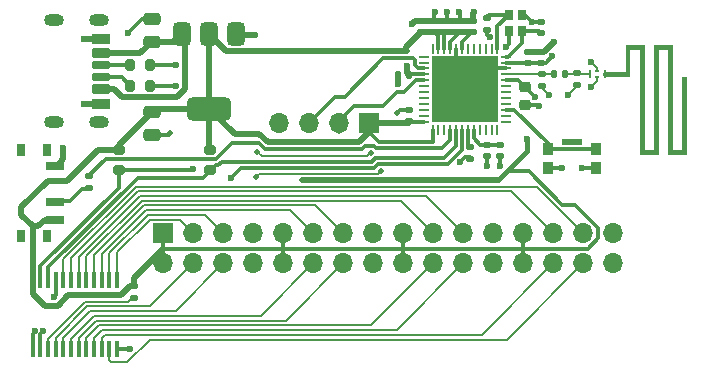
<source format=gbr>
%TF.GenerationSoftware,KiCad,Pcbnew,8.0.5*%
%TF.CreationDate,2024-09-24T02:20:12-04:00*%
%TF.ProjectId,ble_mcu_test_board,626c655f-6d63-4755-9f74-6573745f626f,rev?*%
%TF.SameCoordinates,Original*%
%TF.FileFunction,Copper,L1,Top*%
%TF.FilePolarity,Positive*%
%FSLAX46Y46*%
G04 Gerber Fmt 4.6, Leading zero omitted, Abs format (unit mm)*
G04 Created by KiCad (PCBNEW 8.0.5) date 2024-09-24 02:20:12*
%MOMM*%
%LPD*%
G01*
G04 APERTURE LIST*
G04 Aperture macros list*
%AMRoundRect*
0 Rectangle with rounded corners*
0 $1 Rounding radius*
0 $2 $3 $4 $5 $6 $7 $8 $9 X,Y pos of 4 corners*
0 Add a 4 corners polygon primitive as box body*
4,1,4,$2,$3,$4,$5,$6,$7,$8,$9,$2,$3,0*
0 Add four circle primitives for the rounded corners*
1,1,$1+$1,$2,$3*
1,1,$1+$1,$4,$5*
1,1,$1+$1,$6,$7*
1,1,$1+$1,$8,$9*
0 Add four rect primitives between the rounded corners*
20,1,$1+$1,$2,$3,$4,$5,0*
20,1,$1+$1,$4,$5,$6,$7,0*
20,1,$1+$1,$6,$7,$8,$9,0*
20,1,$1+$1,$8,$9,$2,$3,0*%
G04 Aperture macros list end*
%TA.AperFunction,SMDPad,CuDef*%
%ADD10R,0.800000X1.000000*%
%TD*%
%TA.AperFunction,SMDPad,CuDef*%
%ADD11R,1.500000X0.700000*%
%TD*%
%TA.AperFunction,SMDPad,CuDef*%
%ADD12RoundRect,0.135000X-0.185000X0.135000X-0.185000X-0.135000X0.185000X-0.135000X0.185000X0.135000X0*%
%TD*%
%TA.AperFunction,SMDPad,CuDef*%
%ADD13RoundRect,0.140000X-0.170000X0.140000X-0.170000X-0.140000X0.170000X-0.140000X0.170000X0.140000X0*%
%TD*%
%TA.AperFunction,SMDPad,CuDef*%
%ADD14RoundRect,0.200000X0.200000X0.275000X-0.200000X0.275000X-0.200000X-0.275000X0.200000X-0.275000X0*%
%TD*%
%TA.AperFunction,ComponentPad*%
%ADD15R,1.700000X1.700000*%
%TD*%
%TA.AperFunction,ComponentPad*%
%ADD16O,1.700000X1.700000*%
%TD*%
%TA.AperFunction,SMDPad,CuDef*%
%ADD17RoundRect,0.200000X-0.275000X0.200000X-0.275000X-0.200000X0.275000X-0.200000X0.275000X0.200000X0*%
%TD*%
%TA.AperFunction,SMDPad,CuDef*%
%ADD18RoundRect,0.250000X0.475000X-0.250000X0.475000X0.250000X-0.475000X0.250000X-0.475000X-0.250000X0*%
%TD*%
%TA.AperFunction,SMDPad,CuDef*%
%ADD19RoundRect,0.140000X0.170000X-0.140000X0.170000X0.140000X-0.170000X0.140000X-0.170000X-0.140000X0*%
%TD*%
%TA.AperFunction,SMDPad,CuDef*%
%ADD20RoundRect,0.140000X0.140000X0.170000X-0.140000X0.170000X-0.140000X-0.170000X0.140000X-0.170000X0*%
%TD*%
%TA.AperFunction,SMDPad,CuDef*%
%ADD21R,0.900000X1.000000*%
%TD*%
%TA.AperFunction,SMDPad,CuDef*%
%ADD22R,1.700000X0.550000*%
%TD*%
%TA.AperFunction,ConnectorPad*%
%ADD23R,0.400000X0.400000*%
%TD*%
%TA.AperFunction,SMDPad,CuDef*%
%ADD24RoundRect,0.200000X-0.200000X-0.275000X0.200000X-0.275000X0.200000X0.275000X-0.200000X0.275000X0*%
%TD*%
%TA.AperFunction,SMDPad,CuDef*%
%ADD25RoundRect,0.250000X-0.475000X0.250000X-0.475000X-0.250000X0.475000X-0.250000X0.475000X0.250000X0*%
%TD*%
%TA.AperFunction,SMDPad,CuDef*%
%ADD26RoundRect,0.225000X-0.250000X0.225000X-0.250000X-0.225000X0.250000X-0.225000X0.250000X0.225000X0*%
%TD*%
%TA.AperFunction,SMDPad,CuDef*%
%ADD27R,0.355600X1.473200*%
%TD*%
%TA.AperFunction,SMDPad,CuDef*%
%ADD28R,0.800000X0.900000*%
%TD*%
%TA.AperFunction,SMDPad,CuDef*%
%ADD29R,0.279400X0.711200*%
%TD*%
%TA.AperFunction,SMDPad,CuDef*%
%ADD30R,0.457200X0.254000*%
%TD*%
%TA.AperFunction,SMDPad,CuDef*%
%ADD31RoundRect,0.375000X-0.375000X0.625000X-0.375000X-0.625000X0.375000X-0.625000X0.375000X0.625000X0*%
%TD*%
%TA.AperFunction,SMDPad,CuDef*%
%ADD32RoundRect,0.500000X-1.400000X0.500000X-1.400000X-0.500000X1.400000X-0.500000X1.400000X0.500000X0*%
%TD*%
%TA.AperFunction,SMDPad,CuDef*%
%ADD33RoundRect,0.147500X-0.147500X-0.172500X0.147500X-0.172500X0.147500X0.172500X-0.147500X0.172500X0*%
%TD*%
%TA.AperFunction,SMDPad,CuDef*%
%ADD34RoundRect,0.175000X-0.625000X0.175000X-0.625000X-0.175000X0.625000X-0.175000X0.625000X0.175000X0*%
%TD*%
%TA.AperFunction,SMDPad,CuDef*%
%ADD35RoundRect,0.200000X-0.600000X0.200000X-0.600000X-0.200000X0.600000X-0.200000X0.600000X0.200000X0*%
%TD*%
%TA.AperFunction,SMDPad,CuDef*%
%ADD36RoundRect,0.225000X-0.575000X0.225000X-0.575000X-0.225000X0.575000X-0.225000X0.575000X0.225000X0*%
%TD*%
%TA.AperFunction,ComponentPad*%
%ADD37O,1.700000X1.000000*%
%TD*%
%TA.AperFunction,SMDPad,CuDef*%
%ADD38RoundRect,0.062500X0.062500X-0.375000X0.062500X0.375000X-0.062500X0.375000X-0.062500X-0.375000X0*%
%TD*%
%TA.AperFunction,SMDPad,CuDef*%
%ADD39RoundRect,0.062500X0.375000X-0.062500X0.375000X0.062500X-0.375000X0.062500X-0.375000X-0.062500X0*%
%TD*%
%TA.AperFunction,HeatsinkPad*%
%ADD40R,5.600000X5.600000*%
%TD*%
%TA.AperFunction,ViaPad*%
%ADD41C,0.600000*%
%TD*%
%TA.AperFunction,ViaPad*%
%ADD42C,0.500000*%
%TD*%
%TA.AperFunction,Conductor*%
%ADD43C,0.500000*%
%TD*%
%TA.AperFunction,Conductor*%
%ADD44C,0.300000*%
%TD*%
%TA.AperFunction,Conductor*%
%ADD45C,0.200000*%
%TD*%
%TA.AperFunction,Conductor*%
%ADD46C,0.400000*%
%TD*%
G04 APERTURE END LIST*
%TA.AperFunction,EtchedComponent*%
%TO.C,AE1*%
G36*
X163000000Y-85550000D02*
G01*
X164500000Y-85550000D01*
X164500000Y-85950000D01*
X163000000Y-85950000D01*
X163000000Y-85550000D01*
G37*
%TD.AperFunction*%
%TA.AperFunction,EtchedComponent*%
G36*
X164100000Y-83250000D02*
G01*
X164500000Y-83250000D01*
X164500000Y-85950000D01*
X164100000Y-85950000D01*
X164100000Y-83250000D01*
G37*
%TD.AperFunction*%
%TA.AperFunction,EtchedComponent*%
G36*
X164100000Y-83250000D02*
G01*
X165700000Y-83250000D01*
X165700000Y-83650000D01*
X164100000Y-83650000D01*
X164100000Y-83250000D01*
G37*
%TD.AperFunction*%
%TA.AperFunction,EtchedComponent*%
G36*
X165300000Y-83250000D02*
G01*
X165700000Y-83250000D01*
X165700000Y-92550000D01*
X165300000Y-92550000D01*
X165300000Y-83250000D01*
G37*
%TD.AperFunction*%
%TA.AperFunction,EtchedComponent*%
G36*
X165700000Y-92150000D02*
G01*
X166500000Y-92150000D01*
X166500000Y-92550000D01*
X165700000Y-92550000D01*
X165700000Y-92150000D01*
G37*
%TD.AperFunction*%
%TA.AperFunction,EtchedComponent*%
G36*
X166500000Y-83250000D02*
G01*
X166900000Y-83250000D01*
X166900000Y-92550000D01*
X166500000Y-92550000D01*
X166500000Y-83250000D01*
G37*
%TD.AperFunction*%
%TA.AperFunction,EtchedComponent*%
G36*
X166900000Y-83250000D02*
G01*
X167700000Y-83250000D01*
X167700000Y-83650000D01*
X166900000Y-83650000D01*
X166900000Y-83250000D01*
G37*
%TD.AperFunction*%
%TA.AperFunction,EtchedComponent*%
G36*
X167700000Y-83250000D02*
G01*
X168100000Y-83250000D01*
X168100000Y-92550000D01*
X167700000Y-92550000D01*
X167700000Y-83250000D01*
G37*
%TD.AperFunction*%
%TA.AperFunction,EtchedComponent*%
G36*
X168100000Y-92150000D02*
G01*
X168900000Y-92150000D01*
X168900000Y-92550000D01*
X168100000Y-92550000D01*
X168100000Y-92150000D01*
G37*
%TD.AperFunction*%
%TA.AperFunction,EtchedComponent*%
G36*
X168900000Y-85950000D02*
G01*
X169300000Y-85950000D01*
X169300000Y-92550000D01*
X168900000Y-92550000D01*
X168900000Y-85950000D01*
G37*
%TD.AperFunction*%
%TD*%
D10*
%TO.P,SW1,SH4*%
%TO.N,N/C*%
X112950000Y-99450000D03*
%TO.P,SW1,SH3*%
X112950000Y-92150000D03*
%TO.P,SW1,SH2*%
X115150000Y-99450000D03*
%TO.P,SW1,SH1*%
X115150000Y-92150000D03*
D11*
%TO.P,SW1,3,C*%
%TO.N,+3.3V*%
X115800000Y-98050000D03*
%TO.P,SW1,2,B*%
%TO.N,Net-(SW1-B)*%
X115800000Y-96550000D03*
%TO.P,SW1,1,A*%
%TO.N,GND*%
X115800000Y-93550000D03*
%TD*%
D12*
%TO.P,R4,1*%
%TO.N,BOOT0*%
X118700000Y-94390000D03*
%TO.P,R4,2*%
%TO.N,Net-(SW1-B)*%
X118700000Y-95410000D03*
%TD*%
D13*
%TO.P,C12,1*%
%TO.N,+3.3VA*%
X152400000Y-91720000D03*
%TO.P,C12,2*%
%TO.N,GND*%
X152400000Y-92680000D03*
%TD*%
D14*
%TO.P,R6,1*%
%TO.N,GND*%
X123825000Y-86750000D03*
%TO.P,R6,2*%
%TO.N,Net-(J3-CC2)*%
X122175000Y-86750000D03*
%TD*%
D15*
%TO.P,J2,1,Pin_1*%
%TO.N,+3.3V*%
X142350000Y-89900000D03*
D16*
%TO.P,J2,2,Pin_2*%
%TO.N,Net-(J2-Pin_2)*%
X139810000Y-89900000D03*
%TO.P,J2,3,Pin_3*%
%TO.N,Net-(J2-Pin_3)*%
X137270000Y-89900000D03*
%TO.P,J2,4,Pin_4*%
%TO.N,GND*%
X134730000Y-89900000D03*
%TD*%
D17*
%TO.P,R2,1*%
%TO.N,+3.3V*%
X121200000Y-92175000D03*
%TO.P,R2,2*%
%TO.N,Net-(U1-PB9)*%
X121200000Y-93825000D03*
%TD*%
D13*
%TO.P,C16,1*%
%TO.N,Net-(U2-IN)*%
X160000000Y-85670000D03*
%TO.P,C16,2*%
%TO.N,GND*%
X160000000Y-86630000D03*
%TD*%
D18*
%TO.P,C19,1*%
%TO.N,VBUS*%
X124000000Y-83000000D03*
%TO.P,C19,2*%
%TO.N,GND*%
X124000000Y-81100000D03*
%TD*%
D19*
%TO.P,C5,1*%
%TO.N,+3.3V*%
X145750000Y-89710000D03*
%TO.P,C5,2*%
%TO.N,GND*%
X145750000Y-88750000D03*
%TD*%
D20*
%TO.P,C6,1*%
%TO.N,+3.3V*%
X145780000Y-85800000D03*
%TO.P,C6,2*%
%TO.N,GND*%
X144820000Y-85800000D03*
%TD*%
D21*
%TO.P,SW2,1,1*%
%TO.N,Net-(U1-PA6)*%
X157500000Y-92100000D03*
X161600000Y-92100000D03*
%TO.P,SW2,2,2*%
%TO.N,GND*%
X157500000Y-93700000D03*
X161600000Y-93700000D03*
D22*
%TO.P,SW2,SH*%
%TO.N,N/C*%
X159550000Y-91475000D03*
%TD*%
D19*
%TO.P,C15,1*%
%TO.N,+3.3V*%
X156900000Y-84780000D03*
%TO.P,C15,2*%
%TO.N,GND*%
X156900000Y-83820000D03*
%TD*%
D23*
%TO.P,AE1,1,A*%
%TO.N,Net-(AE1-A)*%
X163200000Y-85750000D03*
%TD*%
D24*
%TO.P,R5,1*%
%TO.N,Net-(J3-CC1)*%
X122175000Y-85000000D03*
%TO.P,R5,2*%
%TO.N,GND*%
X123825000Y-85000000D03*
%TD*%
D19*
%TO.P,C14,1*%
%TO.N,+3.3V*%
X155800000Y-84780000D03*
%TO.P,C14,2*%
%TO.N,GND*%
X155800000Y-83820000D03*
%TD*%
D25*
%TO.P,C18,1*%
%TO.N,+3.3V*%
X124000000Y-88950000D03*
%TO.P,C18,2*%
%TO.N,GND*%
X124000000Y-90850000D03*
%TD*%
D17*
%TO.P,R1,1*%
%TO.N,+3.3V*%
X128900000Y-92175000D03*
%TO.P,R1,2*%
%TO.N,Net-(U1-PB8)*%
X128900000Y-93825000D03*
%TD*%
D26*
%TO.P,C11,1*%
%TO.N,+3.3V*%
X155600000Y-86825000D03*
%TO.P,C11,2*%
%TO.N,GND*%
X155600000Y-88375000D03*
%TD*%
D27*
%TO.P,U4,1,A0*%
%TO.N,GND*%
X113900002Y-109000000D03*
%TO.P,U4,2,A1*%
X114550001Y-109000000D03*
%TO.P,U4,3,\u002ARESET*%
%TO.N,Net-(U4-\u002ARESET)*%
X115199999Y-109000000D03*
%TO.P,U4,4,SD0*%
%TO.N,Net-(J1-Pin_4)*%
X115850000Y-109000000D03*
%TO.P,U4,5,SC0*%
%TO.N,Net-(J1-Pin_6)*%
X116499999Y-109000000D03*
%TO.P,U4,6,SD1*%
%TO.N,Net-(J1-Pin_12)*%
X117150000Y-109000000D03*
%TO.P,U4,7,SC1*%
%TO.N,Net-(J1-Pin_14)*%
X117799999Y-109000000D03*
%TO.P,U4,8,SD2*%
%TO.N,Net-(J1-Pin_20)*%
X118450000Y-109000000D03*
%TO.P,U4,9,SC2*%
%TO.N,Net-(J1-Pin_22)*%
X119099999Y-109000000D03*
%TO.P,U4,10,SD3*%
%TO.N,Net-(J1-Pin_28)*%
X119750000Y-109000000D03*
%TO.P,U4,11,SC3*%
%TO.N,Net-(J1-Pin_30)*%
X120399999Y-109000000D03*
%TO.P,U4,12,GND*%
%TO.N,GND*%
X121050000Y-109000000D03*
%TO.P,U4,13,SD4*%
%TO.N,Net-(J1-Pin_3)*%
X121050000Y-103158000D03*
%TO.P,U4,14,SC4*%
%TO.N,Net-(J1-Pin_5)*%
X120400001Y-103158000D03*
%TO.P,U4,15,SD5*%
%TO.N,Net-(J1-Pin_11)*%
X119750000Y-103158000D03*
%TO.P,U4,16,SC5*%
%TO.N,Net-(J1-Pin_13)*%
X119100002Y-103158000D03*
%TO.P,U4,17,SD6*%
%TO.N,Net-(J1-Pin_19)*%
X118450000Y-103158000D03*
%TO.P,U4,18,SC6*%
%TO.N,Net-(J1-Pin_21)*%
X117800002Y-103158000D03*
%TO.P,U4,19,SD7*%
%TO.N,Net-(J1-Pin_27)*%
X117150003Y-103158000D03*
%TO.P,U4,20,SC7*%
%TO.N,Net-(J1-Pin_29)*%
X116500002Y-103158000D03*
%TO.P,U4,21,A2*%
%TO.N,GND*%
X115850003Y-103158000D03*
%TO.P,U4,22,SCL*%
%TO.N,Net-(U1-PB8)*%
X115200002Y-103158000D03*
%TO.P,U4,23,SDA*%
%TO.N,Net-(U1-PB9)*%
X114550003Y-103158000D03*
%TO.P,U4,24,VCC*%
%TO.N,+3.3V*%
X113900002Y-103158000D03*
%TD*%
D12*
%TO.P,R3,1*%
%TO.N,+3.3V*%
X122500000Y-103690000D03*
%TO.P,R3,2*%
%TO.N,Net-(U4-\u002ARESET)*%
X122500000Y-104710000D03*
%TD*%
D19*
%TO.P,C2,1*%
%TO.N,Net-(U1-OSC_OUT)*%
X156900000Y-82260000D03*
%TO.P,C2,2*%
%TO.N,GND*%
X156900000Y-81300000D03*
%TD*%
%TO.P,C9,1*%
%TO.N,+3.3V*%
X149000000Y-82180000D03*
%TO.P,C9,2*%
%TO.N,GND*%
X149000000Y-81220000D03*
%TD*%
%TO.P,C4,1*%
%TO.N,+3.3V*%
X146800000Y-82180000D03*
%TO.P,C4,2*%
%TO.N,GND*%
X146800000Y-81220000D03*
%TD*%
D28*
%TO.P,Y1,1,1*%
%TO.N,Net-(U1-OSC_IN)*%
X154200000Y-80700000D03*
%TO.P,Y1,2,2*%
%TO.N,GND*%
X154200000Y-82100000D03*
%TO.P,Y1,3,3*%
%TO.N,Net-(U1-OSC_OUT)*%
X155300000Y-82100000D03*
%TO.P,Y1,4,4*%
%TO.N,GND*%
X155300000Y-80700000D03*
%TD*%
D13*
%TO.P,C17,1*%
%TO.N,RF_OUT*%
X157000000Y-85740000D03*
%TO.P,C17,2*%
%TO.N,GND*%
X157000000Y-86700000D03*
%TD*%
D29*
%TO.P,U2,1,IN*%
%TO.N,Net-(U2-IN)*%
X161100000Y-85720000D03*
D30*
%TO.P,U2,2,GND*%
%TO.N,GND*%
X161709600Y-85491400D03*
D29*
%TO.P,U2,3,OUT*%
%TO.N,Net-(AE1-A)*%
X162319200Y-85720000D03*
D30*
%TO.P,U2,4,GND*%
%TO.N,GND*%
X161709600Y-85948600D03*
%TD*%
D19*
%TO.P,C8,1*%
%TO.N,+3.3V*%
X147900000Y-82180000D03*
%TO.P,C8,2*%
%TO.N,GND*%
X147900000Y-81220000D03*
%TD*%
%TO.P,C7,1*%
%TO.N,+3.3V*%
X151200000Y-82180000D03*
%TO.P,C7,2*%
%TO.N,GND*%
X151200000Y-81220000D03*
%TD*%
D15*
%TO.P,J1,1,Pin_1*%
%TO.N,+3.3V*%
X124960000Y-99210000D03*
D16*
%TO.P,J1,2,Pin_2*%
X124960000Y-101750000D03*
%TO.P,J1,3,Pin_3*%
%TO.N,Net-(J1-Pin_3)*%
X127500000Y-99210000D03*
%TO.P,J1,4,Pin_4*%
%TO.N,Net-(J1-Pin_4)*%
X127500000Y-101750000D03*
%TO.P,J1,5,Pin_5*%
%TO.N,Net-(J1-Pin_5)*%
X130040000Y-99210000D03*
%TO.P,J1,6,Pin_6*%
%TO.N,Net-(J1-Pin_6)*%
X130040000Y-101750000D03*
%TO.P,J1,7,Pin_7*%
%TO.N,GND*%
X132580000Y-99210000D03*
%TO.P,J1,8,Pin_8*%
X132580000Y-101750000D03*
%TO.P,J1,9,Pin_9*%
%TO.N,+3.3V*%
X135120000Y-99210000D03*
%TO.P,J1,10,Pin_10*%
X135120000Y-101750000D03*
%TO.P,J1,11,Pin_11*%
%TO.N,Net-(J1-Pin_11)*%
X137660000Y-99210000D03*
%TO.P,J1,12,Pin_12*%
%TO.N,Net-(J1-Pin_12)*%
X137660000Y-101750000D03*
%TO.P,J1,13,Pin_13*%
%TO.N,Net-(J1-Pin_13)*%
X140200000Y-99210000D03*
%TO.P,J1,14,Pin_14*%
%TO.N,Net-(J1-Pin_14)*%
X140200000Y-101750000D03*
%TO.P,J1,15,Pin_15*%
%TO.N,GND*%
X142740000Y-99210000D03*
%TO.P,J1,16,Pin_16*%
X142740000Y-101750000D03*
%TO.P,J1,17,Pin_17*%
%TO.N,+3.3V*%
X145280000Y-99210000D03*
%TO.P,J1,18,Pin_18*%
X145280000Y-101750000D03*
%TO.P,J1,19,Pin_19*%
%TO.N,Net-(J1-Pin_19)*%
X147820000Y-99210000D03*
%TO.P,J1,20,Pin_20*%
%TO.N,Net-(J1-Pin_20)*%
X147820000Y-101750000D03*
%TO.P,J1,21,Pin_21*%
%TO.N,Net-(J1-Pin_21)*%
X150360000Y-99210000D03*
%TO.P,J1,22,Pin_22*%
%TO.N,Net-(J1-Pin_22)*%
X150360000Y-101750000D03*
%TO.P,J1,23,Pin_23*%
%TO.N,GND*%
X152900000Y-99210000D03*
%TO.P,J1,24,Pin_24*%
X152900000Y-101750000D03*
%TO.P,J1,25,Pin_25*%
%TO.N,+3.3V*%
X155440000Y-99210000D03*
%TO.P,J1,26,Pin_26*%
X155440000Y-101750000D03*
%TO.P,J1,27,Pin_27*%
%TO.N,Net-(J1-Pin_27)*%
X157980000Y-99210000D03*
%TO.P,J1,28,Pin_28*%
%TO.N,Net-(J1-Pin_28)*%
X157980000Y-101750000D03*
%TO.P,J1,29,Pin_29*%
%TO.N,Net-(J1-Pin_29)*%
X160520000Y-99210000D03*
%TO.P,J1,30,Pin_30*%
%TO.N,Net-(J1-Pin_30)*%
X160520000Y-101750000D03*
%TO.P,J1,31,Pin_31*%
%TO.N,GND*%
X163060000Y-99210000D03*
%TO.P,J1,32,Pin_32*%
X163060000Y-101750000D03*
%TD*%
D31*
%TO.P,U3,1,GND*%
%TO.N,GND*%
X131150000Y-82350000D03*
%TO.P,U3,2,VO*%
%TO.N,+3.3V*%
X128850000Y-82350000D03*
D32*
X128850000Y-88650000D03*
D31*
%TO.P,U3,3,VI*%
%TO.N,VBUS*%
X126550000Y-82350000D03*
%TD*%
D13*
%TO.P,C3,1*%
%TO.N,Net-(U1-NRST(PB11))*%
X150950000Y-91920000D03*
%TO.P,C3,2*%
%TO.N,GND*%
X150950000Y-92880000D03*
%TD*%
D33*
%TO.P,L1,1,1*%
%TO.N,RF_OUT*%
X158015000Y-85720000D03*
%TO.P,L1,2,2*%
%TO.N,Net-(U2-IN)*%
X158985000Y-85720000D03*
%TD*%
D13*
%TO.P,C1,1*%
%TO.N,Net-(U1-OSC_IN)*%
X152400000Y-81020000D03*
%TO.P,C1,2*%
%TO.N,GND*%
X152400000Y-81980000D03*
%TD*%
D34*
%TO.P,J3,A5,CC1*%
%TO.N,Net-(J3-CC1)*%
X119680000Y-85000000D03*
D35*
%TO.P,J3,A9,VBUS*%
%TO.N,VBUS*%
X119680000Y-87020000D03*
D36*
%TO.P,J3,A12,GND*%
%TO.N,GND*%
X119680000Y-88250000D03*
D34*
%TO.P,J3,B5,CC2*%
%TO.N,Net-(J3-CC2)*%
X119680000Y-86000000D03*
D35*
%TO.P,J3,B9,VBUS*%
%TO.N,VBUS*%
X119680000Y-83980000D03*
D36*
%TO.P,J3,B12,GND*%
%TO.N,GND*%
X119680000Y-82750000D03*
D37*
%TO.P,J3,S1,SHIELD*%
%TO.N,unconnected-(J3-SHIELD-PadS1)_1*%
X119500000Y-81180000D03*
%TO.N,unconnected-(J3-SHIELD-PadS1)_3*%
X115700000Y-81180000D03*
%TO.N,unconnected-(J3-SHIELD-PadS1)*%
X119500000Y-89820000D03*
%TO.N,unconnected-(J3-SHIELD-PadS1)_2*%
X115700000Y-89820000D03*
%TD*%
D13*
%TO.P,C13,1*%
%TO.N,+3.3VA*%
X153500000Y-91720000D03*
%TO.P,C13,2*%
%TO.N,GND*%
X153500000Y-92680000D03*
%TD*%
D19*
%TO.P,C10,1*%
%TO.N,+3.3V*%
X150100000Y-82180000D03*
%TO.P,C10,2*%
%TO.N,GND*%
X150100000Y-81220000D03*
%TD*%
D38*
%TO.P,U1,1,VBAT*%
%TO.N,+3.3V*%
X147750000Y-90437500D03*
%TO.P,U1,2,PC14*%
%TO.N,unconnected-(U1-PC14-Pad2)*%
X148250000Y-90437500D03*
%TO.P,U1,3,PC15*%
%TO.N,unconnected-(U1-PC15-Pad3)*%
X148750000Y-90437500D03*
%TO.P,U1,4,PH3*%
%TO.N,BOOT0*%
X149250000Y-90437500D03*
%TO.P,U1,5,PB8*%
%TO.N,Net-(U1-PB8)*%
X149750000Y-90437500D03*
%TO.P,U1,6,PB9*%
%TO.N,Net-(U1-PB9)*%
X150250000Y-90437500D03*
%TO.P,U1,7,NRST(PB11)*%
%TO.N,Net-(U1-NRST(PB11))*%
X150750000Y-90437500D03*
%TO.P,U1,8,VDDA*%
%TO.N,+3.3VA*%
X151250000Y-90437500D03*
%TO.P,U1,9,PA0*%
%TO.N,unconnected-(U1-PA0-Pad9)*%
X151750000Y-90437500D03*
%TO.P,U1,10,PA1*%
%TO.N,unconnected-(U1-PA1-Pad10)*%
X152250000Y-90437500D03*
%TO.P,U1,11,PA2*%
%TO.N,unconnected-(U1-PA2-Pad11)*%
X152750000Y-90437500D03*
%TO.P,U1,12,PA3*%
%TO.N,unconnected-(U1-PA3-Pad12)*%
X153250000Y-90437500D03*
D39*
%TO.P,U1,13,PA4*%
%TO.N,unconnected-(U1-PA4-Pad13)*%
X153937500Y-89750000D03*
%TO.P,U1,14,PA5*%
%TO.N,unconnected-(U1-PA5-Pad14)*%
X153937500Y-89250000D03*
%TO.P,U1,15,PA6*%
%TO.N,Net-(U1-PA6)*%
X153937500Y-88750000D03*
%TO.P,U1,16,PA7*%
%TO.N,unconnected-(U1-PA7-Pad16)*%
X153937500Y-88250000D03*
%TO.P,U1,17,PA8*%
%TO.N,unconnected-(U1-PA8-Pad17)*%
X153937500Y-87750000D03*
%TO.P,U1,18,PA9*%
%TO.N,unconnected-(U1-PA9-Pad18)*%
X153937500Y-87250000D03*
%TO.P,U1,19,PB2*%
%TO.N,unconnected-(U1-PB2-Pad19)*%
X153937500Y-86750000D03*
%TO.P,U1,20,VDD*%
%TO.N,+3.3V*%
X153937500Y-86250000D03*
%TO.P,U1,21,RF1*%
%TO.N,RF_OUT*%
X153937500Y-85750000D03*
%TO.P,U1,22,VSSRF*%
%TO.N,GND*%
X153937500Y-85250000D03*
%TO.P,U1,23,VDDRF*%
%TO.N,+3.3V*%
X153937500Y-84750000D03*
%TO.P,U1,24,OSC_OUT*%
%TO.N,Net-(U1-OSC_OUT)*%
X153937500Y-84250000D03*
D38*
%TO.P,U1,25,OSC_IN*%
%TO.N,Net-(U1-OSC_IN)*%
X153250000Y-83562500D03*
%TO.P,U1,26,AT0*%
%TO.N,unconnected-(U1-AT0-Pad26)*%
X152750000Y-83562500D03*
%TO.P,U1,27,AT1*%
%TO.N,unconnected-(U1-AT1-Pad27)*%
X152250000Y-83562500D03*
%TO.P,U1,28,PB0*%
%TO.N,unconnected-(U1-PB0-Pad28)*%
X151750000Y-83562500D03*
%TO.P,U1,29,PB1*%
%TO.N,unconnected-(U1-PB1-Pad29)*%
X151250000Y-83562500D03*
%TO.P,U1,30,PE4*%
%TO.N,unconnected-(U1-PE4-Pad30)*%
X150750000Y-83562500D03*
%TO.P,U1,31,VDD*%
%TO.N,+3.3V*%
X150250000Y-83562500D03*
%TO.P,U1,32,VSS*%
%TO.N,GND*%
X149750000Y-83562500D03*
%TO.P,U1,33,VDD*%
%TO.N,+3.3V*%
X149250000Y-83562500D03*
%TO.P,U1,34,VDD*%
X148750000Y-83562500D03*
%TO.P,U1,35,VDD*%
X148250000Y-83562500D03*
%TO.P,U1,36,PA10*%
%TO.N,unconnected-(U1-PA10-Pad36)*%
X147750000Y-83562500D03*
D39*
%TO.P,U1,37,PA11*%
%TO.N,unconnected-(U1-PA11-Pad37)*%
X147062500Y-84250000D03*
%TO.P,U1,38,PA12*%
%TO.N,unconnected-(U1-PA12-Pad38)*%
X147062500Y-84750000D03*
%TO.P,U1,39,PA13*%
%TO.N,Net-(J2-Pin_3)*%
X147062500Y-85250000D03*
%TO.P,U1,40,VDD*%
%TO.N,+3.3V*%
X147062500Y-85750000D03*
%TO.P,U1,41,PA14*%
%TO.N,Net-(J2-Pin_2)*%
X147062500Y-86250000D03*
%TO.P,U1,42,PA15*%
%TO.N,unconnected-(U1-PA15-Pad42)*%
X147062500Y-86750000D03*
%TO.P,U1,43,PB3*%
%TO.N,unconnected-(U1-PB3-Pad43)*%
X147062500Y-87250000D03*
%TO.P,U1,44,PB4*%
%TO.N,unconnected-(U1-PB4-Pad44)*%
X147062500Y-87750000D03*
%TO.P,U1,45,PB5*%
%TO.N,unconnected-(U1-PB5-Pad45)*%
X147062500Y-88250000D03*
%TO.P,U1,46,PB6*%
%TO.N,unconnected-(U1-PB6-Pad46)*%
X147062500Y-88750000D03*
%TO.P,U1,47,PB7*%
%TO.N,unconnected-(U1-PB7-Pad47)*%
X147062500Y-89250000D03*
%TO.P,U1,48,VDD*%
%TO.N,+3.3V*%
X147062500Y-89750000D03*
D40*
%TO.P,U1,49,VSS*%
%TO.N,GND*%
X150500000Y-87000000D03*
%TD*%
D41*
%TO.N,GND*%
X153500000Y-93500000D03*
X161200000Y-84700000D03*
X114100000Y-107500000D03*
X118250000Y-82750000D03*
X157600000Y-87500000D03*
X122100000Y-109000000D03*
X149000000Y-80500000D03*
X122000000Y-82250000D03*
D42*
X143352083Y-93952083D03*
X125500000Y-90750000D03*
D41*
X159200000Y-87500000D03*
X156800000Y-88400000D03*
X146000000Y-81500000D03*
X126000000Y-86750000D03*
D42*
X144750000Y-89000000D03*
D41*
X156200000Y-81300000D03*
D42*
X142500000Y-92400000D03*
D41*
X158000000Y-83000000D03*
X116500000Y-92000000D03*
X115700000Y-104600000D03*
X126000000Y-85000000D03*
X114800000Y-107500000D03*
X148000000Y-80500000D03*
X132700000Y-82400000D03*
X152400000Y-93500000D03*
X150500000Y-87000000D03*
D42*
X132900000Y-92300000D03*
D41*
X151250000Y-80500000D03*
X161200000Y-86800000D03*
X118250000Y-88250000D03*
D42*
X132800000Y-94400000D03*
D41*
X158700000Y-93700000D03*
X144800000Y-86600000D03*
X160400000Y-93700000D03*
X152600000Y-82625000D03*
X154000000Y-83400000D03*
X150000000Y-80500000D03*
X150109620Y-93209620D03*
%TO.N,+3.3V*%
X156464753Y-87673630D03*
D42*
X136700000Y-91500000D03*
D41*
X155750000Y-91250000D03*
X157900000Y-84200000D03*
X145542629Y-83750000D03*
D42*
X136700000Y-94700000D03*
D41*
X145592435Y-85050000D03*
%TO.N,Net-(U1-PB9)*%
X127500000Y-93800000D03*
X130700000Y-94500000D03*
%TD*%
D43*
%TO.N,+3.3V*%
X113900002Y-98600002D02*
X114349998Y-98600002D01*
X114349998Y-98600002D02*
X114900000Y-98050000D01*
X114900000Y-98050000D02*
X115800000Y-98050000D01*
X113900002Y-103158000D02*
X113900002Y-102300000D01*
X112950000Y-97650000D02*
X113900002Y-98600002D01*
X113900002Y-102300000D02*
X113900002Y-101818167D01*
X121200000Y-92175000D02*
X119425000Y-92175000D01*
X119425000Y-92175000D02*
X116800000Y-94800000D01*
X116800000Y-94800000D02*
X115164071Y-94800000D01*
X115164071Y-94800000D02*
X112950000Y-97014071D01*
X112950000Y-97014071D02*
X112950000Y-97650000D01*
X113900002Y-98600002D02*
X113900002Y-102300000D01*
D44*
%TO.N,GND*%
X113900002Y-109000000D02*
X113900002Y-107699998D01*
X161600000Y-93700000D02*
X160400000Y-93700000D01*
X114550001Y-107749999D02*
X114800000Y-107500000D01*
D45*
X161709600Y-85948600D02*
X161709600Y-86290400D01*
D43*
X132700000Y-82400000D02*
X131100000Y-82400000D01*
X116500000Y-92930000D02*
X116500000Y-92000000D01*
X146280000Y-81220000D02*
X146000000Y-81500000D01*
X144820000Y-85800000D02*
X144820000Y-86580000D01*
D44*
X157500000Y-93700000D02*
X158700000Y-93700000D01*
X150900000Y-92780000D02*
X150539240Y-92780000D01*
D43*
X151200000Y-80550000D02*
X151250000Y-80500000D01*
D45*
X159900000Y-86800000D02*
X159200000Y-87500000D01*
D44*
X124000000Y-90850000D02*
X125400000Y-90850000D01*
X145000000Y-88750000D02*
X144750000Y-89000000D01*
X153500000Y-92680000D02*
X153500000Y-93500000D01*
X125400000Y-90850000D02*
X125500000Y-90750000D01*
X115850003Y-104449997D02*
X115700000Y-104600000D01*
D45*
X142200000Y-92700000D02*
X142500000Y-92400000D01*
D43*
X146800000Y-81220000D02*
X146280000Y-81220000D01*
X155800000Y-83820000D02*
X156900000Y-83820000D01*
X158000000Y-83000000D02*
X157180000Y-83820000D01*
X144820000Y-86580000D02*
X144800000Y-86600000D01*
D44*
X150100000Y-80600000D02*
X150000000Y-80500000D01*
X149000000Y-81220000D02*
X149000000Y-80500000D01*
D45*
X159900000Y-86700000D02*
X159900000Y-86800000D01*
X161709600Y-85209600D02*
X161200000Y-84700000D01*
X143352083Y-93952083D02*
X143154166Y-94150000D01*
D44*
X150539240Y-92780000D02*
X150109620Y-93209620D01*
D43*
X151200000Y-81220000D02*
X146800000Y-81220000D01*
D45*
X143154166Y-94150000D02*
X133050000Y-94150000D01*
D43*
X131100000Y-82400000D02*
X131050000Y-82350000D01*
D44*
X147900000Y-81220000D02*
X147900000Y-80600000D01*
D45*
X157000000Y-86900000D02*
X157600000Y-87500000D01*
D44*
X115850003Y-103158000D02*
X115850003Y-104449997D01*
X155600000Y-88375000D02*
X156775000Y-88375000D01*
D43*
X157180000Y-83820000D02*
X156900000Y-83820000D01*
X119680000Y-88250000D02*
X118250000Y-88250000D01*
D44*
X150100000Y-81220000D02*
X150100000Y-80600000D01*
X156775000Y-88375000D02*
X156800000Y-88400000D01*
X114550001Y-109000000D02*
X114550001Y-107749999D01*
D45*
X161709600Y-85491400D02*
X161709600Y-85209600D01*
D44*
X154200000Y-83200000D02*
X154000000Y-83400000D01*
X147900000Y-80600000D02*
X148000000Y-80500000D01*
D43*
X115930000Y-93500000D02*
X116500000Y-92930000D01*
D45*
X157000000Y-86700000D02*
X157000000Y-86900000D01*
D43*
X151200000Y-81220000D02*
X151200000Y-80550000D01*
D45*
X133400000Y-92700000D02*
X133300000Y-92700000D01*
D43*
X119680000Y-82750000D02*
X118250000Y-82750000D01*
D44*
X124000000Y-81100000D02*
X123150000Y-81100000D01*
X149750000Y-86250000D02*
X150500000Y-87000000D01*
D45*
X133050000Y-94150000D02*
X132800000Y-94400000D01*
X161709600Y-86290400D02*
X161200000Y-86800000D01*
D44*
X153937500Y-85250000D02*
X152250000Y-85250000D01*
X113900002Y-107699998D02*
X114100000Y-107500000D01*
D45*
X133400000Y-92700000D02*
X142200000Y-92700000D01*
D44*
X123825000Y-85000000D02*
X126000000Y-85000000D01*
X123825000Y-86750000D02*
X126000000Y-86750000D01*
X152400000Y-92680000D02*
X152400000Y-93500000D01*
X152600000Y-82625000D02*
X152400000Y-82425000D01*
X145750000Y-88750000D02*
X145000000Y-88750000D01*
X152250000Y-85250000D02*
X150500000Y-87000000D01*
X155300000Y-80700000D02*
X155600000Y-80700000D01*
X154200000Y-82100000D02*
X154200000Y-83200000D01*
X123150000Y-81100000D02*
X122000000Y-82250000D01*
X121050000Y-109000000D02*
X122100000Y-109000000D01*
X149750000Y-83562500D02*
X149750000Y-86250000D01*
X152400000Y-82425000D02*
X152400000Y-81980000D01*
X155600000Y-80700000D02*
X156200000Y-81300000D01*
D45*
X133300000Y-92700000D02*
X132900000Y-92300000D01*
D44*
X156900000Y-81300000D02*
X156200000Y-81300000D01*
%TO.N,+3.3V*%
X145832500Y-89750000D02*
X145750000Y-89832500D01*
X149250000Y-83030000D02*
X150100000Y-82180000D01*
X148250000Y-82530000D02*
X147900000Y-82180000D01*
X155616123Y-86825000D02*
X156464753Y-87673630D01*
D43*
X143167500Y-89832500D02*
X145750000Y-89832500D01*
D44*
X155600000Y-86825000D02*
X155616123Y-86825000D01*
D43*
X130300000Y-83800000D02*
X145550000Y-83800000D01*
X141500000Y-91500000D02*
X142350000Y-90650000D01*
D44*
X143200000Y-91500000D02*
X142350000Y-90650000D01*
X147730000Y-91500000D02*
X143200000Y-91500000D01*
D43*
X145550000Y-83757371D02*
X145542629Y-83750000D01*
D44*
X156900000Y-84780000D02*
X157320000Y-84780000D01*
D43*
X124300000Y-88650000D02*
X124000000Y-88950000D01*
D44*
X124960000Y-100500000D02*
X134500000Y-100500000D01*
X161800000Y-99627057D02*
X161800000Y-98792943D01*
X124960000Y-99210000D02*
X124960000Y-100500000D01*
D43*
X136700000Y-91500000D02*
X133800000Y-91500000D01*
X122500000Y-103690000D02*
X122500000Y-102960000D01*
D44*
X148750000Y-83562500D02*
X148750000Y-82430000D01*
D43*
X145592435Y-85612435D02*
X145780000Y-85800000D01*
D44*
X155891371Y-93944975D02*
X154044975Y-93944975D01*
X148250000Y-83562500D02*
X148250000Y-82530000D01*
X159807057Y-96800000D02*
X158746396Y-96800000D01*
D43*
X131000000Y-90800000D02*
X128850000Y-88650000D01*
D44*
X135120000Y-100500000D02*
X135120000Y-101750000D01*
D43*
X113900002Y-104322399D02*
X113900002Y-103158000D01*
D44*
X158746396Y-96800000D02*
X155891371Y-93944975D01*
X148750000Y-82430000D02*
X149000000Y-82180000D01*
X156870000Y-84750000D02*
X156900000Y-84780000D01*
D43*
X116910661Y-104450000D02*
X116010661Y-105350000D01*
D44*
X155440000Y-100500000D02*
X160927057Y-100500000D01*
X157320000Y-84780000D02*
X157900000Y-84200000D01*
D43*
X128850000Y-92225000D02*
X128900000Y-92275000D01*
D44*
X145280000Y-100500000D02*
X145280000Y-101750000D01*
D43*
X114927603Y-105350000D02*
X113900002Y-104322399D01*
D44*
X155440000Y-99210000D02*
X155440000Y-100500000D01*
D43*
X136700000Y-94700000D02*
X153289950Y-94700000D01*
X128850000Y-82350000D02*
X130300000Y-83800000D01*
X142350000Y-90650000D02*
X143167500Y-89832500D01*
D44*
X145280000Y-100500000D02*
X134500000Y-100500000D01*
D43*
X128850000Y-88650000D02*
X128850000Y-92225000D01*
X128850000Y-88650000D02*
X124300000Y-88650000D01*
X116010661Y-105350000D02*
X114927603Y-105350000D01*
D46*
X153289950Y-94700000D02*
X154044975Y-93944975D01*
D44*
X153937500Y-84750000D02*
X156870000Y-84750000D01*
X147750000Y-90437500D02*
X147750000Y-91480000D01*
X147750000Y-91480000D02*
X147730000Y-91500000D01*
X161800000Y-98792943D02*
X159807057Y-96800000D01*
X155025000Y-86250000D02*
X153937500Y-86250000D01*
D46*
X154044975Y-93944975D02*
X155750000Y-92239950D01*
D44*
X147062500Y-89750000D02*
X145832500Y-89750000D01*
X135120000Y-99210000D02*
X135120000Y-100500000D01*
D43*
X133100000Y-90800000D02*
X131000000Y-90800000D01*
D44*
X145280000Y-99210000D02*
X145280000Y-100500000D01*
D43*
X133800000Y-91500000D02*
X133100000Y-90800000D01*
D44*
X155440000Y-100500000D02*
X145280000Y-100500000D01*
X145830000Y-85750000D02*
X145780000Y-85800000D01*
D43*
X145592435Y-85050000D02*
X145592435Y-85612435D01*
X128850000Y-88650000D02*
X128850000Y-82350000D01*
D44*
X149250000Y-83562500D02*
X149250000Y-83030000D01*
X150250000Y-83039904D02*
X151109904Y-82180000D01*
D43*
X122110000Y-103690000D02*
X121350000Y-104450000D01*
X121200000Y-91750000D02*
X121200000Y-92175000D01*
X122500000Y-103690000D02*
X122110000Y-103690000D01*
X146800000Y-82180000D02*
X151200000Y-82180000D01*
X121350000Y-104450000D02*
X116910661Y-104450000D01*
D44*
X134500000Y-100500000D02*
X135120000Y-100500000D01*
D43*
X124000000Y-88950000D02*
X121200000Y-91750000D01*
D46*
X155750000Y-92239950D02*
X155750000Y-91250000D01*
D43*
X145550000Y-83800000D02*
X145550000Y-83757371D01*
D44*
X124960000Y-100500000D02*
X124960000Y-101750000D01*
X150250000Y-83562500D02*
X150250000Y-83039904D01*
D43*
X145542629Y-83437371D02*
X146800000Y-82180000D01*
D44*
X160927057Y-100500000D02*
X161800000Y-99627057D01*
X147062500Y-85750000D02*
X145830000Y-85750000D01*
X151109904Y-82180000D02*
X151200000Y-82180000D01*
X155600000Y-86825000D02*
X155025000Y-86250000D01*
D43*
X136700000Y-91500000D02*
X141500000Y-91500000D01*
D44*
X155440000Y-100500000D02*
X155440000Y-101750000D01*
D43*
X145542629Y-83750000D02*
X145542629Y-83437371D01*
X122500000Y-102960000D02*
X124960000Y-100500000D01*
D44*
%TO.N,Net-(U1-PB8)*%
X115200002Y-102073801D02*
X122773803Y-94500000D01*
X129615465Y-93425000D02*
X129890465Y-93150000D01*
X142598529Y-93150000D02*
X142898529Y-92850000D01*
X129890465Y-93150000D02*
X142598529Y-93150000D01*
X148750000Y-92850000D02*
X149750000Y-91850000D01*
X128325000Y-94500000D02*
X129400000Y-93425000D01*
X142898529Y-92850000D02*
X148750000Y-92850000D01*
X149750000Y-91850000D02*
X149750000Y-90437500D01*
X129400000Y-93425000D02*
X129615465Y-93425000D01*
X122773803Y-94500000D02*
X128325000Y-94500000D01*
X115200002Y-103158000D02*
X115200002Y-102073801D01*
%TO.N,Net-(U1-OSC_IN)*%
X153250000Y-81650000D02*
X153250000Y-83562500D01*
X154200000Y-80700000D02*
X153250000Y-81650000D01*
X152520000Y-80700000D02*
X152400000Y-80820000D01*
X154200000Y-80700000D02*
X152520000Y-80700000D01*
%TO.N,Net-(U1-OSC_OUT)*%
X154150000Y-84250000D02*
X155300000Y-83100000D01*
X156740000Y-82100000D02*
X156900000Y-82260000D01*
X155300000Y-83100000D02*
X155300000Y-82100000D01*
X155300000Y-82100000D02*
X156740000Y-82100000D01*
X153937500Y-84250000D02*
X154150000Y-84250000D01*
%TO.N,Net-(J2-Pin_2)*%
X144750000Y-87250000D02*
X143600000Y-88400000D01*
X141100000Y-88400000D02*
X139810000Y-89690000D01*
X145350000Y-87250000D02*
X144750000Y-87250000D01*
X147062500Y-86250000D02*
X146350000Y-86250000D01*
X139810000Y-89690000D02*
X139810000Y-90650000D01*
X143600000Y-88400000D02*
X141100000Y-88400000D01*
X146350000Y-86250000D02*
X145350000Y-87250000D01*
%TO.N,Net-(U1-PB9)*%
X143105636Y-93350000D02*
X149050000Y-93350000D01*
X127475000Y-93825000D02*
X127500000Y-93800000D01*
X114550003Y-102016694D02*
X121200000Y-95366697D01*
X121200000Y-93825000D02*
X127475000Y-93825000D01*
X150250000Y-92150000D02*
X150250000Y-90437500D01*
X114550003Y-103158000D02*
X114550003Y-102016694D01*
X130700000Y-94500000D02*
X131550000Y-93650000D01*
X121200000Y-95366697D02*
X121200000Y-93825000D01*
X149050000Y-93350000D02*
X150250000Y-92150000D01*
X131550000Y-93650000D02*
X142805636Y-93650000D01*
X142805636Y-93650000D02*
X143105636Y-93350000D01*
%TO.N,Net-(J2-Pin_3)*%
X140300000Y-87700000D02*
X139470000Y-87700000D01*
X146275000Y-84985096D02*
X146275000Y-84575000D01*
X146100000Y-84400000D02*
X143600000Y-84400000D01*
X147062500Y-85250000D02*
X146539904Y-85250000D01*
X146275000Y-84575000D02*
X146100000Y-84400000D01*
X146539904Y-85250000D02*
X146275000Y-84985096D01*
X143600000Y-84400000D02*
X140300000Y-87700000D01*
X139470000Y-87700000D02*
X137270000Y-89900000D01*
%TO.N,Net-(U1-NRST(PB11))*%
X150750000Y-90437500D02*
X150750000Y-91720000D01*
X150750000Y-91720000D02*
X150950000Y-91920000D01*
%TO.N,BOOT0*%
X120077500Y-92925000D02*
X118700000Y-94302500D01*
X149250000Y-91299346D02*
X148549346Y-92000000D01*
X130733358Y-91600000D02*
X129408358Y-92925000D01*
X142792893Y-91800000D02*
X142048528Y-91800000D01*
X148549346Y-92000000D02*
X142992893Y-92000000D01*
X129408358Y-92925000D02*
X120077500Y-92925000D01*
X133551472Y-92100000D02*
X133051472Y-91600000D01*
X141748528Y-92100000D02*
X133551472Y-92100000D01*
X142048528Y-91800000D02*
X141748528Y-92100000D01*
X133051472Y-91600000D02*
X130733358Y-91600000D01*
X149250000Y-90437500D02*
X149250000Y-91299346D01*
X142992893Y-92000000D02*
X142792893Y-91800000D01*
D45*
%TO.N,RF_OUT*%
X153937500Y-85750000D02*
X156990000Y-85750000D01*
X156990000Y-85750000D02*
X157000000Y-85740000D01*
X157995000Y-85740000D02*
X158015000Y-85720000D01*
X157000000Y-85740000D02*
X157995000Y-85740000D01*
D44*
%TO.N,+3.3VA*%
X151250000Y-90437500D02*
X151250000Y-91163154D01*
X151806846Y-91720000D02*
X153500000Y-91720000D01*
X151250000Y-91163154D02*
X151806846Y-91720000D01*
%TO.N,Net-(U1-PA6)*%
X161600000Y-92100000D02*
X157500000Y-92100000D01*
X154680592Y-88750000D02*
X157500000Y-91569408D01*
X157500000Y-91569408D02*
X157500000Y-92100000D01*
X153937500Y-88750000D02*
X154680592Y-88750000D01*
X157260096Y-92100000D02*
X157500000Y-92100000D01*
D43*
%TO.N,VBUS*%
X126800000Y-87010661D02*
X126800000Y-82600000D01*
X126450000Y-82350000D02*
X126150000Y-82350000D01*
X124000000Y-83000000D02*
X123020000Y-83980000D01*
X119680000Y-87020000D02*
X120788734Y-87020000D01*
X121443734Y-87675000D02*
X126135661Y-87675000D01*
X120788734Y-87020000D02*
X121443734Y-87675000D01*
X126800000Y-82600000D02*
X126550000Y-82350000D01*
X126135661Y-87675000D02*
X126800000Y-87010661D01*
X125800000Y-83000000D02*
X126450000Y-82350000D01*
X124000000Y-83000000D02*
X125800000Y-83000000D01*
X123020000Y-83980000D02*
X119680000Y-83980000D01*
D45*
%TO.N,Net-(U4-\u002ARESET)*%
X122000000Y-105000000D02*
X122290000Y-104710000D01*
X115199999Y-108147715D02*
X118347714Y-105000000D01*
X122290000Y-104710000D02*
X122500000Y-104710000D01*
X115199999Y-109000000D02*
X115199999Y-108147715D01*
X118347714Y-105000000D02*
X122000000Y-105000000D01*
D44*
%TO.N,Net-(SW1-B)*%
X115930000Y-96500000D02*
X117097500Y-96500000D01*
X117097500Y-96500000D02*
X118100000Y-95497500D01*
X118100000Y-95497500D02*
X118700000Y-95497500D01*
D45*
%TO.N,Net-(U2-IN)*%
X159880000Y-85720000D02*
X159900000Y-85740000D01*
X161100000Y-85720000D02*
X159920000Y-85720000D01*
X158985000Y-85720000D02*
X159880000Y-85720000D01*
X159920000Y-85720000D02*
X159900000Y-85740000D01*
D46*
%TO.N,Net-(AE1-A)*%
X162368200Y-85750000D02*
X162338200Y-85720000D01*
X163200000Y-85750000D02*
X162368200Y-85750000D01*
D45*
%TO.N,Net-(J1-Pin_29)*%
X116500002Y-101410197D02*
X116500002Y-103158000D01*
X122660199Y-95250000D02*
X116500002Y-101410197D01*
X160520000Y-99210000D02*
X156560000Y-95250000D01*
X156560000Y-95250000D02*
X122660199Y-95250000D01*
%TO.N,Net-(J1-Pin_14)*%
X117799999Y-109000000D02*
X117799999Y-108063400D01*
X117799999Y-108063400D02*
X119263399Y-106600000D01*
X119263399Y-106600000D02*
X135350000Y-106600000D01*
X135350000Y-106600000D02*
X140200000Y-101750000D01*
%TO.N,Net-(J1-Pin_21)*%
X150360000Y-99210000D02*
X147200000Y-96050000D01*
X117800002Y-101241569D02*
X117800002Y-103158000D01*
X147200000Y-96050000D02*
X122991571Y-96050000D01*
X122991571Y-96050000D02*
X117800002Y-101241569D01*
%TO.N,Net-(J1-Pin_13)*%
X119100002Y-101072940D02*
X123322942Y-96850000D01*
X119100002Y-103158000D02*
X119100002Y-101072940D01*
X137840000Y-96850000D02*
X140200000Y-99210000D01*
X123322942Y-96850000D02*
X137840000Y-96850000D01*
%TO.N,Net-(J1-Pin_30)*%
X123800000Y-108200000D02*
X154070000Y-108200000D01*
X121900000Y-110100000D02*
X123800000Y-108200000D01*
X120563399Y-110100000D02*
X121900000Y-110100000D01*
X120399999Y-109000000D02*
X120399999Y-109936600D01*
X120399999Y-109936600D02*
X120563399Y-110100000D01*
X154070000Y-108200000D02*
X160520000Y-101750000D01*
%TO.N,Net-(J1-Pin_6)*%
X116499999Y-108063400D02*
X118763399Y-105800000D01*
X125990000Y-105800000D02*
X130040000Y-101750000D01*
X118763399Y-105800000D02*
X125990000Y-105800000D01*
X116499999Y-109000000D02*
X116499999Y-108063400D01*
%TO.N,Net-(J1-Pin_5)*%
X120400001Y-100904313D02*
X123644314Y-97660000D01*
X120400001Y-103158000D02*
X120400001Y-100904313D01*
X128490000Y-97660000D02*
X130040000Y-99210000D01*
X123644314Y-97660000D02*
X128490000Y-97660000D01*
%TO.N,Net-(J1-Pin_22)*%
X119099999Y-109000000D02*
X119099999Y-108063400D01*
X119099999Y-108063400D02*
X119763399Y-107400000D01*
X144710000Y-107400000D02*
X150360000Y-101750000D01*
X119763399Y-107400000D02*
X144710000Y-107400000D01*
%TO.N,Net-(J1-Pin_20)*%
X118450000Y-108063400D02*
X119513400Y-107000000D01*
X119513400Y-107000000D02*
X142570000Y-107000000D01*
X142570000Y-107000000D02*
X147820000Y-101750000D01*
X118450000Y-109000000D02*
X118450000Y-108063400D01*
%TO.N,Net-(J1-Pin_3)*%
X121050000Y-103158000D02*
X121050000Y-100820000D01*
X126350000Y-98060000D02*
X127500000Y-99210000D01*
X123810000Y-98060000D02*
X126350000Y-98060000D01*
X121050000Y-100820000D02*
X123810000Y-98060000D01*
%TO.N,Net-(J1-Pin_28)*%
X119750000Y-108063400D02*
X120013400Y-107800000D01*
X119750000Y-109000000D02*
X119750000Y-108063400D01*
X151930000Y-107800000D02*
X157980000Y-101750000D01*
X120013400Y-107800000D02*
X151930000Y-107800000D01*
%TO.N,Net-(J1-Pin_19)*%
X145060000Y-96450000D02*
X147820000Y-99210000D01*
X118450000Y-101157256D02*
X123157256Y-96450000D01*
X123157256Y-96450000D02*
X145060000Y-96450000D01*
X118450000Y-103158000D02*
X118450000Y-101157256D01*
%TO.N,Net-(J1-Pin_4)*%
X118513400Y-105400000D02*
X123850000Y-105400000D01*
X115850000Y-108063400D02*
X118513400Y-105400000D01*
X123850000Y-105400000D02*
X127500000Y-101750000D01*
X115850000Y-109000000D02*
X115850000Y-108063400D01*
%TO.N,Net-(J1-Pin_11)*%
X119750000Y-100988628D02*
X123488628Y-97250000D01*
X123488628Y-97250000D02*
X135700000Y-97250000D01*
X119750000Y-103158000D02*
X119750000Y-100988628D01*
X135700000Y-97250000D02*
X137660000Y-99210000D01*
%TO.N,Net-(J1-Pin_27)*%
X117322202Y-101153683D02*
X117487942Y-100987942D01*
X122825885Y-95650000D02*
X154420000Y-95650000D01*
X117487942Y-100987942D02*
X122825885Y-95650000D01*
X117322201Y-101153683D02*
X117150003Y-101325881D01*
X154420000Y-95650000D02*
X157980000Y-99210000D01*
X117322202Y-101153683D02*
X117322201Y-101153683D01*
X117150003Y-103158000D02*
X117150003Y-101325881D01*
%TO.N,Net-(J1-Pin_12)*%
X119085599Y-106200000D02*
X133210000Y-106200000D01*
X133210000Y-106200000D02*
X137660000Y-101750000D01*
X117150000Y-108135599D02*
X119085599Y-106200000D01*
X117150000Y-109000000D02*
X117150000Y-108135599D01*
D44*
%TO.N,Net-(J3-CC2)*%
X119680000Y-86000000D02*
X121425000Y-86000000D01*
X121425000Y-86000000D02*
X122175000Y-86750000D01*
%TO.N,Net-(J3-CC1)*%
X119680000Y-85000000D02*
X122175000Y-85000000D01*
%TD*%
M02*

</source>
